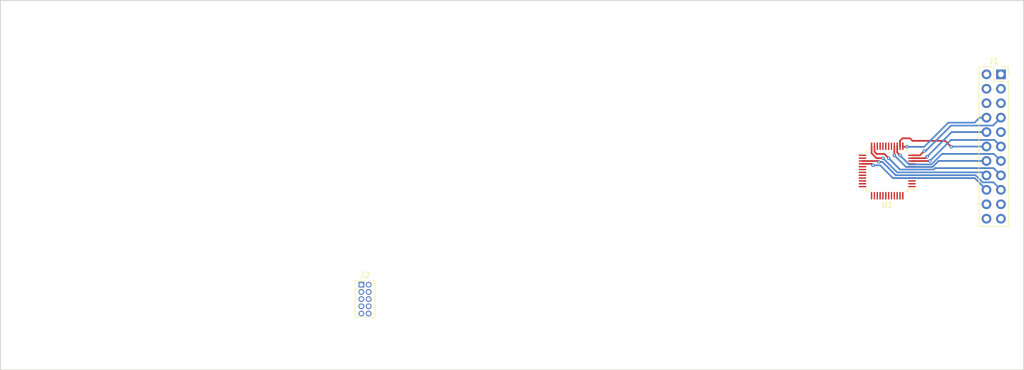
<source format=kicad_pcb>
(kicad_pcb (version 4) (host pcbnew 4.0.7)

  (general
    (links 26)
    (no_connects 15)
    (area 84.924999 54.924999 265.075001 120.075001)
    (thickness 1.6)
    (drawings 4)
    (tracks 81)
    (zones 0)
    (modules 3)
    (nets 55)
  )

  (page A4)
  (layers
    (0 F.Cu signal)
    (31 B.Cu signal)
    (32 B.Adhes user)
    (33 F.Adhes user)
    (34 B.Paste user)
    (35 F.Paste user)
    (36 B.SilkS user)
    (37 F.SilkS user)
    (38 B.Mask user)
    (39 F.Mask user)
    (40 Dwgs.User user)
    (41 Cmts.User user)
    (42 Eco1.User user)
    (43 Eco2.User user)
    (44 Edge.Cuts user)
    (45 Margin user)
    (46 B.CrtYd user)
    (47 F.CrtYd user)
    (48 B.Fab user)
    (49 F.Fab user)
  )

  (setup
    (last_trace_width 0.3)
    (user_trace_width 0.2)
    (user_trace_width 0.3)
    (user_trace_width 0.5)
    (user_trace_width 1)
    (trace_clearance 0.15)
    (zone_clearance 0.508)
    (zone_45_only no)
    (trace_min 0.15)
    (segment_width 0.2)
    (edge_width 0.15)
    (via_size 0.5)
    (via_drill 0.25)
    (via_min_size 0.5)
    (via_min_drill 0.25)
    (user_via 0.6 0.25)
    (user_via 0.75 0.3)
    (user_via 1 0.5)
    (uvia_size 0.3)
    (uvia_drill 0.1)
    (uvias_allowed no)
    (uvia_min_size 0.2)
    (uvia_min_drill 0.1)
    (pcb_text_width 0.3)
    (pcb_text_size 1.5 1.5)
    (mod_edge_width 0.15)
    (mod_text_size 1 1)
    (mod_text_width 0.15)
    (pad_size 1.7 1.7)
    (pad_drill 1)
    (pad_to_mask_clearance 0.2)
    (aux_axis_origin 0 0)
    (visible_elements FFFFFF7F)
    (pcbplotparams
      (layerselection 0x00030_80000001)
      (usegerberextensions false)
      (excludeedgelayer true)
      (linewidth 0.100000)
      (plotframeref false)
      (viasonmask false)
      (mode 1)
      (useauxorigin false)
      (hpglpennumber 1)
      (hpglpenspeed 20)
      (hpglpendiameter 15)
      (hpglpenoverlay 2)
      (psnegative false)
      (psa4output false)
      (plotreference true)
      (plotvalue true)
      (plotinvisibletext false)
      (padsonsilk false)
      (subtractmaskfromsilk false)
      (outputformat 1)
      (mirror false)
      (drillshape 1)
      (scaleselection 1)
      (outputdirectory ""))
  )

  (net 0 "")
  (net 1 GND)
  (net 2 +5V)
  (net 3 /LCD_V0)
  (net 4 /LCD_~WR)
  (net 5 /LCD_~RD)
  (net 6 /LCD_~CE)
  (net 7 /LCD_D/~C)
  (net 8 "Net-(J1-Pad9)")
  (net 9 /LCD_~RST)
  (net 10 /LCD_DB0)
  (net 11 /LCD_DB1)
  (net 12 /LCD_DB2)
  (net 13 /LCD_DB3)
  (net 14 /LCD_DB4)
  (net 15 /LCD_DB5)
  (net 16 /LCD_DB6)
  (net 17 /LCD_DB7)
  (net 18 /LCD_FS)
  (net 19 /LCD_VEE)
  (net 20 /LCD_LED_A)
  (net 21 /LCD_LED_K)
  (net 22 +3V3)
  (net 23 /SWDIO)
  (net 24 /SWCLK)
  (net 25 "Net-(J2-Pad6)")
  (net 26 "Net-(J2-Pad7)")
  (net 27 "Net-(J2-Pad8)")
  (net 28 /MCU_~RESET)
  (net 29 "Net-(U1-Pad1)")
  (net 30 "Net-(U1-Pad2)")
  (net 31 "Net-(U1-Pad6)")
  (net 32 "Net-(U1-Pad7)")
  (net 33 "Net-(U1-Pad9)")
  (net 34 "Net-(U1-Pad18)")
  (net 35 "Net-(U1-Pad19)")
  (net 36 "Net-(U1-Pad22)")
  (net 37 "Net-(U1-Pad25)")
  (net 38 "Net-(U1-Pad26)")
  (net 39 "Net-(U1-Pad30)")
  (net 40 "Net-(U1-Pad31)")
  (net 41 "Net-(U1-Pad32)")
  (net 42 "Net-(U1-Pad33)")
  (net 43 "Net-(U1-Pad34)")
  (net 44 "Net-(U1-Pad35)")
  (net 45 "Net-(U1-Pad36)")
  (net 46 "Net-(U1-Pad37)")
  (net 47 "Net-(U1-Pad38)")
  (net 48 "Net-(U1-Pad40)")
  (net 49 "Net-(U1-Pad42)")
  (net 50 "Net-(U1-Pad43)")
  (net 51 "Net-(U1-Pad45)")
  (net 52 "Net-(U1-Pad46)")
  (net 53 "Net-(U1-Pad47)")
  (net 54 "Net-(U1-Pad48)")

  (net_class Default "This is the default net class."
    (clearance 0.15)
    (trace_width 0.15)
    (via_dia 0.5)
    (via_drill 0.25)
    (uvia_dia 0.3)
    (uvia_drill 0.1)
    (add_net +3V3)
    (add_net +5V)
    (add_net /LCD_D/~C)
    (add_net /LCD_DB0)
    (add_net /LCD_DB1)
    (add_net /LCD_DB2)
    (add_net /LCD_DB3)
    (add_net /LCD_DB4)
    (add_net /LCD_DB5)
    (add_net /LCD_DB6)
    (add_net /LCD_DB7)
    (add_net /LCD_FS)
    (add_net /LCD_LED_A)
    (add_net /LCD_LED_K)
    (add_net /LCD_V0)
    (add_net /LCD_VEE)
    (add_net /LCD_~CE)
    (add_net /LCD_~RD)
    (add_net /LCD_~RST)
    (add_net /LCD_~WR)
    (add_net /MCU_~RESET)
    (add_net /SWCLK)
    (add_net /SWDIO)
    (add_net GND)
    (add_net "Net-(J1-Pad9)")
    (add_net "Net-(J2-Pad6)")
    (add_net "Net-(J2-Pad7)")
    (add_net "Net-(J2-Pad8)")
    (add_net "Net-(U1-Pad1)")
    (add_net "Net-(U1-Pad18)")
    (add_net "Net-(U1-Pad19)")
    (add_net "Net-(U1-Pad2)")
    (add_net "Net-(U1-Pad22)")
    (add_net "Net-(U1-Pad25)")
    (add_net "Net-(U1-Pad26)")
    (add_net "Net-(U1-Pad30)")
    (add_net "Net-(U1-Pad31)")
    (add_net "Net-(U1-Pad32)")
    (add_net "Net-(U1-Pad33)")
    (add_net "Net-(U1-Pad34)")
    (add_net "Net-(U1-Pad35)")
    (add_net "Net-(U1-Pad36)")
    (add_net "Net-(U1-Pad37)")
    (add_net "Net-(U1-Pad38)")
    (add_net "Net-(U1-Pad40)")
    (add_net "Net-(U1-Pad42)")
    (add_net "Net-(U1-Pad43)")
    (add_net "Net-(U1-Pad45)")
    (add_net "Net-(U1-Pad46)")
    (add_net "Net-(U1-Pad47)")
    (add_net "Net-(U1-Pad48)")
    (add_net "Net-(U1-Pad6)")
    (add_net "Net-(U1-Pad7)")
    (add_net "Net-(U1-Pad9)")
  )

  (module Pin_Headers:Pin_Header_Straight_2x05_Pitch1.27mm (layer F.Cu) (tedit 59650536) (tstamp 5ADCAFFE)
    (at 148.5011 105.0036)
    (descr "Through hole straight pin header, 2x05, 1.27mm pitch, double rows")
    (tags "Through hole pin header THT 2x05 1.27mm double row")
    (path /5ADCAA88)
    (fp_text reference J2 (at 0.635 -1.695) (layer F.SilkS)
      (effects (font (size 1 1) (thickness 0.15)))
    )
    (fp_text value DEBUG (at 0.635 6.775) (layer F.Fab)
      (effects (font (size 1 1) (thickness 0.15)))
    )
    (fp_line (start -0.2175 -0.635) (end 2.34 -0.635) (layer F.Fab) (width 0.1))
    (fp_line (start 2.34 -0.635) (end 2.34 5.715) (layer F.Fab) (width 0.1))
    (fp_line (start 2.34 5.715) (end -1.07 5.715) (layer F.Fab) (width 0.1))
    (fp_line (start -1.07 5.715) (end -1.07 0.2175) (layer F.Fab) (width 0.1))
    (fp_line (start -1.07 0.2175) (end -0.2175 -0.635) (layer F.Fab) (width 0.1))
    (fp_line (start -1.13 5.775) (end -0.30753 5.775) (layer F.SilkS) (width 0.12))
    (fp_line (start 1.57753 5.775) (end 2.4 5.775) (layer F.SilkS) (width 0.12))
    (fp_line (start 0.30753 5.775) (end 0.96247 5.775) (layer F.SilkS) (width 0.12))
    (fp_line (start -1.13 0.76) (end -1.13 5.775) (layer F.SilkS) (width 0.12))
    (fp_line (start 2.4 -0.695) (end 2.4 5.775) (layer F.SilkS) (width 0.12))
    (fp_line (start -1.13 0.76) (end -0.563471 0.76) (layer F.SilkS) (width 0.12))
    (fp_line (start 0.563471 0.76) (end 0.706529 0.76) (layer F.SilkS) (width 0.12))
    (fp_line (start 0.76 0.706529) (end 0.76 0.563471) (layer F.SilkS) (width 0.12))
    (fp_line (start 0.76 -0.563471) (end 0.76 -0.695) (layer F.SilkS) (width 0.12))
    (fp_line (start 0.76 -0.695) (end 0.96247 -0.695) (layer F.SilkS) (width 0.12))
    (fp_line (start 1.57753 -0.695) (end 2.4 -0.695) (layer F.SilkS) (width 0.12))
    (fp_line (start -1.13 0) (end -1.13 -0.76) (layer F.SilkS) (width 0.12))
    (fp_line (start -1.13 -0.76) (end 0 -0.76) (layer F.SilkS) (width 0.12))
    (fp_line (start -1.6 -1.15) (end -1.6 6.25) (layer F.CrtYd) (width 0.05))
    (fp_line (start -1.6 6.25) (end 2.85 6.25) (layer F.CrtYd) (width 0.05))
    (fp_line (start 2.85 6.25) (end 2.85 -1.15) (layer F.CrtYd) (width 0.05))
    (fp_line (start 2.85 -1.15) (end -1.6 -1.15) (layer F.CrtYd) (width 0.05))
    (fp_text user %R (at 0.635 2.54 90) (layer F.Fab)
      (effects (font (size 1 1) (thickness 0.15)))
    )
    (pad 1 thru_hole rect (at 0 0) (size 1 1) (drill 0.65) (layers *.Cu *.Mask)
      (net 22 +3V3))
    (pad 2 thru_hole oval (at 1.27 0) (size 1 1) (drill 0.65) (layers *.Cu *.Mask)
      (net 23 /SWDIO))
    (pad 3 thru_hole oval (at 0 1.27) (size 1 1) (drill 0.65) (layers *.Cu *.Mask)
      (net 1 GND))
    (pad 4 thru_hole oval (at 1.27 1.27) (size 1 1) (drill 0.65) (layers *.Cu *.Mask)
      (net 24 /SWCLK))
    (pad 5 thru_hole oval (at 0 2.54) (size 1 1) (drill 0.65) (layers *.Cu *.Mask)
      (net 1 GND))
    (pad 6 thru_hole oval (at 1.27 2.54) (size 1 1) (drill 0.65) (layers *.Cu *.Mask)
      (net 25 "Net-(J2-Pad6)"))
    (pad 7 thru_hole oval (at 0 3.81) (size 1 1) (drill 0.65) (layers *.Cu *.Mask)
      (net 26 "Net-(J2-Pad7)"))
    (pad 8 thru_hole oval (at 1.27 3.81) (size 1 1) (drill 0.65) (layers *.Cu *.Mask)
      (net 27 "Net-(J2-Pad8)"))
    (pad 9 thru_hole oval (at 0 5.08) (size 1 1) (drill 0.65) (layers *.Cu *.Mask)
      (net 1 GND))
    (pad 10 thru_hole oval (at 1.27 5.08) (size 1 1) (drill 0.65) (layers *.Cu *.Mask)
      (net 28 /MCU_~RESET))
    (model ${KISYS3DMOD}/Pin_Headers.3dshapes/Pin_Header_Straight_2x05_Pitch1.27mm.wrl
      (at (xyz 0 0 0))
      (scale (xyz 1 1 1))
      (rotate (xyz 0 0 0))
    )
  )

  (module Socket_Strips:Socket_Strip_Straight_2x11_Pitch2.54mm locked (layer F.Cu) (tedit 58CD5449) (tstamp 5ADCAFD9)
    (at 261 68)
    (descr "Through hole straight socket strip, 2x11, 2.54mm pitch, double rows")
    (tags "Through hole socket strip THT 2x11 2.54mm double row")
    (path /5ADCA11A)
    (fp_text reference J1 (at -1.27 -2.33) (layer F.SilkS)
      (effects (font (size 1 1) (thickness 0.15)))
    )
    (fp_text value LCD (at -1.27 27.73) (layer F.Fab)
      (effects (font (size 1 1) (thickness 0.15)))
    )
    (fp_line (start -3.81 -1.27) (end -3.81 26.67) (layer F.Fab) (width 0.1))
    (fp_line (start -3.81 26.67) (end 1.27 26.67) (layer F.Fab) (width 0.1))
    (fp_line (start 1.27 26.67) (end 1.27 -1.27) (layer F.Fab) (width 0.1))
    (fp_line (start 1.27 -1.27) (end -3.81 -1.27) (layer F.Fab) (width 0.1))
    (fp_line (start 1.33 1.27) (end 1.33 26.73) (layer F.SilkS) (width 0.12))
    (fp_line (start 1.33 26.73) (end -3.87 26.73) (layer F.SilkS) (width 0.12))
    (fp_line (start -3.87 26.73) (end -3.87 -1.33) (layer F.SilkS) (width 0.12))
    (fp_line (start -3.87 -1.33) (end -1.27 -1.33) (layer F.SilkS) (width 0.12))
    (fp_line (start -1.27 -1.33) (end -1.27 1.27) (layer F.SilkS) (width 0.12))
    (fp_line (start -1.27 1.27) (end 1.33 1.27) (layer F.SilkS) (width 0.12))
    (fp_line (start 1.33 0) (end 1.33 -1.33) (layer F.SilkS) (width 0.12))
    (fp_line (start 1.33 -1.33) (end 0.06 -1.33) (layer F.SilkS) (width 0.12))
    (fp_line (start -4.35 -1.8) (end -4.35 27.2) (layer F.CrtYd) (width 0.05))
    (fp_line (start -4.35 27.2) (end 1.8 27.2) (layer F.CrtYd) (width 0.05))
    (fp_line (start 1.8 27.2) (end 1.8 -1.8) (layer F.CrtYd) (width 0.05))
    (fp_line (start 1.8 -1.8) (end -4.35 -1.8) (layer F.CrtYd) (width 0.05))
    (fp_text user %R (at -1.27 -2.33) (layer F.Fab)
      (effects (font (size 1 1) (thickness 0.15)))
    )
    (pad 1 thru_hole rect (at 0 0) (size 1.7 1.7) (drill 1) (layers *.Cu *.Mask)
      (net 1 GND))
    (pad 2 thru_hole oval (at -2.54 0) (size 1.7 1.7) (drill 1) (layers *.Cu *.Mask)
      (net 1 GND))
    (pad 3 thru_hole oval (at 0 2.54) (size 1.7 1.7) (drill 1) (layers *.Cu *.Mask)
      (net 2 +5V))
    (pad 4 thru_hole oval (at -2.54 2.54) (size 1.7 1.7) (drill 1) (layers *.Cu *.Mask)
      (net 3 /LCD_V0))
    (pad 5 thru_hole oval (at 0 5.08) (size 1.7 1.7) (drill 1) (layers *.Cu *.Mask)
      (net 4 /LCD_~WR))
    (pad 6 thru_hole oval (at -2.54 5.08) (size 1.7 1.7) (drill 1) (layers *.Cu *.Mask)
      (net 5 /LCD_~RD))
    (pad 7 thru_hole oval (at 0 7.62) (size 1.7 1.7) (drill 1) (layers *.Cu *.Mask)
      (net 6 /LCD_~CE))
    (pad 8 thru_hole oval (at -2.54 7.62) (size 1.7 1.7) (drill 1) (layers *.Cu *.Mask)
      (net 7 /LCD_D/~C))
    (pad 9 thru_hole oval (at 0 10.16) (size 1.7 1.7) (drill 1) (layers *.Cu *.Mask)
      (net 8 "Net-(J1-Pad9)"))
    (pad 10 thru_hole oval (at -2.54 10.16) (size 1.7 1.7) (drill 1) (layers *.Cu *.Mask)
      (net 9 /LCD_~RST))
    (pad 11 thru_hole oval (at 0 12.7) (size 1.7 1.7) (drill 1) (layers *.Cu *.Mask)
      (net 10 /LCD_DB0))
    (pad 12 thru_hole oval (at -2.54 12.7) (size 1.7 1.7) (drill 1) (layers *.Cu *.Mask)
      (net 11 /LCD_DB1))
    (pad 13 thru_hole oval (at 0 15.24) (size 1.7 1.7) (drill 1) (layers *.Cu *.Mask)
      (net 12 /LCD_DB2))
    (pad 14 thru_hole oval (at -2.54 15.24) (size 1.7 1.7) (drill 1) (layers *.Cu *.Mask)
      (net 13 /LCD_DB3))
    (pad 15 thru_hole oval (at 0 17.78) (size 1.7 1.7) (drill 1) (layers *.Cu *.Mask)
      (net 14 /LCD_DB4))
    (pad 16 thru_hole oval (at -2.54 17.78) (size 1.7 1.7) (drill 1) (layers *.Cu *.Mask)
      (net 15 /LCD_DB5))
    (pad 17 thru_hole oval (at 0 20.32) (size 1.7 1.7) (drill 1) (layers *.Cu *.Mask)
      (net 16 /LCD_DB6))
    (pad 18 thru_hole oval (at -2.54 20.32) (size 1.7 1.7) (drill 1) (layers *.Cu *.Mask)
      (net 17 /LCD_DB7))
    (pad 19 thru_hole oval (at 0 22.86) (size 1.7 1.7) (drill 1) (layers *.Cu *.Mask)
      (net 18 /LCD_FS))
    (pad 20 thru_hole oval (at -2.54 22.86) (size 1.7 1.7) (drill 1) (layers *.Cu *.Mask)
      (net 19 /LCD_VEE))
    (pad 21 thru_hole oval (at 0 25.4) (size 1.7 1.7) (drill 1) (layers *.Cu *.Mask)
      (net 20 /LCD_LED_A))
    (pad 22 thru_hole oval (at -2.54 25.4) (size 1.7 1.7) (drill 1) (layers *.Cu *.Mask)
      (net 21 /LCD_LED_K))
    (model ${KISYS3DMOD}/Socket_Strips.3dshapes/Socket_Strip_Straight_2x11_Pitch2.54mm.wrl
      (at (xyz -0.05 -0.5 0))
      (scale (xyz 1 1 1))
      (rotate (xyz 0 0 270))
    )
  )

  (module Housings_QFP:LQFP-48_7x7mm_Pitch0.5mm (layer F.Cu) (tedit 5ADCB14F) (tstamp 5ADCB045)
    (at 241 85 180)
    (descr "48 LEAD LQFP 7x7mm (see MICREL LQFP7x7-48LD-PL-1.pdf)")
    (tags "QFP 0.5")
    (path /5ADCA005)
    (attr smd)
    (fp_text reference U1 (at 0 -6 180) (layer F.SilkS)
      (effects (font (size 1 1) (thickness 0.15)))
    )
    (fp_text value LPC11C24FBD48 (at 0 6 180) (layer F.Fab) hide
      (effects (font (size 1 1) (thickness 0.15)))
    )
    (fp_text user %R (at 0 0 180) (layer F.Fab) hide
      (effects (font (size 1 1) (thickness 0.15)))
    )
    (fp_line (start -2.5 -3.5) (end 3.5 -3.5) (layer F.Fab) (width 0.15))
    (fp_line (start 3.5 -3.5) (end 3.5 3.5) (layer F.Fab) (width 0.15))
    (fp_line (start 3.5 3.5) (end -3.5 3.5) (layer F.Fab) (width 0.15))
    (fp_line (start -3.5 3.5) (end -3.5 -2.5) (layer F.Fab) (width 0.15))
    (fp_line (start -3.5 -2.5) (end -2.5 -3.5) (layer F.Fab) (width 0.15))
    (fp_line (start -5.25 -5.25) (end -5.25 5.25) (layer F.CrtYd) (width 0.05))
    (fp_line (start 5.25 -5.25) (end 5.25 5.25) (layer F.CrtYd) (width 0.05))
    (fp_line (start -5.25 -5.25) (end 5.25 -5.25) (layer F.CrtYd) (width 0.05))
    (fp_line (start -5.25 5.25) (end 5.25 5.25) (layer F.CrtYd) (width 0.05))
    (fp_line (start -3.625 -3.625) (end -3.625 -3.175) (layer F.SilkS) (width 0.15))
    (fp_line (start 3.625 -3.625) (end 3.625 -3.1) (layer F.SilkS) (width 0.15))
    (fp_line (start 3.625 3.625) (end 3.625 3.1) (layer F.SilkS) (width 0.15))
    (fp_line (start -3.625 3.625) (end -3.625 3.1) (layer F.SilkS) (width 0.15))
    (fp_line (start -3.625 -3.625) (end -3.1 -3.625) (layer F.SilkS) (width 0.15))
    (fp_line (start -3.625 3.625) (end -3.1 3.625) (layer F.SilkS) (width 0.15))
    (fp_line (start 3.625 3.625) (end 3.1 3.625) (layer F.SilkS) (width 0.15))
    (fp_line (start 3.625 -3.625) (end 3.1 -3.625) (layer F.SilkS) (width 0.15))
    (fp_line (start -3.625 -3.175) (end -5 -3.175) (layer F.SilkS) (width 0.15))
    (pad 1 smd rect (at -4.35 -2.75 180) (size 1.3 0.25) (layers F.Cu F.Paste F.Mask)
      (net 29 "Net-(U1-Pad1)"))
    (pad 2 smd rect (at -4.35 -2.25 180) (size 1.3 0.25) (layers F.Cu F.Paste F.Mask)
      (net 30 "Net-(U1-Pad2)"))
    (pad 3 smd rect (at -4.35 -1.75 180) (size 1.3 0.25) (layers F.Cu F.Paste F.Mask)
      (net 28 /MCU_~RESET))
    (pad 4 smd rect (at -4.35 -1.25 180) (size 1.3 0.25) (layers F.Cu F.Paste F.Mask)
      (net 22 +3V3))
    (pad 5 smd rect (at -4.35 -0.75 180) (size 1.3 0.25) (layers F.Cu F.Paste F.Mask)
      (net 1 GND))
    (pad 6 smd rect (at -4.35 -0.25 180) (size 1.3 0.25) (layers F.Cu F.Paste F.Mask)
      (net 31 "Net-(U1-Pad6)"))
    (pad 7 smd rect (at -4.35 0.25 180) (size 1.3 0.25) (layers F.Cu F.Paste F.Mask)
      (net 32 "Net-(U1-Pad7)"))
    (pad 8 smd rect (at -4.35 0.75 180) (size 1.3 0.25) (layers F.Cu F.Paste F.Mask)
      (net 22 +3V3))
    (pad 9 smd rect (at -4.35 1.25 180) (size 1.3 0.25) (layers F.Cu F.Paste F.Mask)
      (net 33 "Net-(U1-Pad9)"))
    (pad 10 smd rect (at -4.35 1.75 180) (size 1.3 0.25) (layers F.Cu F.Paste F.Mask)
      (net 10 /LCD_DB0))
    (pad 11 smd rect (at -4.35 2.25 180) (size 1.3 0.25) (layers F.Cu F.Paste F.Mask)
      (net 9 /LCD_~RST))
    (pad 12 smd rect (at -4.35 2.75 180) (size 1.3 0.25) (layers F.Cu F.Paste F.Mask)
      (net 6 /LCD_~CE))
    (pad 13 smd rect (at -2.75 4.35 270) (size 1.3 0.25) (layers F.Cu F.Paste F.Mask)
      (net 7 /LCD_D/~C))
    (pad 14 smd rect (at -2.25 4.35 270) (size 1.3 0.25) (layers F.Cu F.Paste F.Mask)
      (net 11 /LCD_DB1))
    (pad 15 smd rect (at -1.75 4.35 270) (size 1.3 0.25) (layers F.Cu F.Paste F.Mask)
      (net 12 /LCD_DB2))
    (pad 16 smd rect (at -1.25 4.35 270) (size 1.3 0.25) (layers F.Cu F.Paste F.Mask)
      (net 13 /LCD_DB3))
    (pad 17 smd rect (at -0.75 4.35 270) (size 1.3 0.25) (layers F.Cu F.Paste F.Mask)
      (net 22 +3V3))
    (pad 18 smd rect (at -0.25 4.35 270) (size 1.3 0.25) (layers F.Cu F.Paste F.Mask)
      (net 34 "Net-(U1-Pad18)"))
    (pad 19 smd rect (at 0.25 4.35 270) (size 1.3 0.25) (layers F.Cu F.Paste F.Mask)
      (net 35 "Net-(U1-Pad19)"))
    (pad 20 smd rect (at 0.75 4.35 270) (size 1.3 0.25) (layers F.Cu F.Paste F.Mask)
      (net 2 +5V))
    (pad 21 smd rect (at 1.25 4.35 270) (size 1.3 0.25) (layers F.Cu F.Paste F.Mask)
      (net 1 GND))
    (pad 22 smd rect (at 1.75 4.35 270) (size 1.3 0.25) (layers F.Cu F.Paste F.Mask)
      (net 36 "Net-(U1-Pad22)"))
    (pad 23 smd rect (at 2.25 4.35 270) (size 1.3 0.25) (layers F.Cu F.Paste F.Mask)
      (net 14 /LCD_DB4))
    (pad 24 smd rect (at 2.75 4.35 270) (size 1.3 0.25) (layers F.Cu F.Paste F.Mask)
      (net 15 /LCD_DB5))
    (pad 25 smd rect (at 4.35 2.75 180) (size 1.3 0.25) (layers F.Cu F.Paste F.Mask)
      (net 37 "Net-(U1-Pad25)"))
    (pad 26 smd rect (at 4.35 2.25 180) (size 1.3 0.25) (layers F.Cu F.Paste F.Mask)
      (net 38 "Net-(U1-Pad26)"))
    (pad 27 smd rect (at 4.35 1.75 180) (size 1.3 0.25) (layers F.Cu F.Paste F.Mask)
      (net 16 /LCD_DB6))
    (pad 28 smd rect (at 4.35 1.25 180) (size 1.3 0.25) (layers F.Cu F.Paste F.Mask)
      (net 17 /LCD_DB7))
    (pad 29 smd rect (at 4.35 0.75 180) (size 1.3 0.25) (layers F.Cu F.Paste F.Mask)
      (net 24 /SWCLK))
    (pad 30 smd rect (at 4.35 0.25 180) (size 1.3 0.25) (layers F.Cu F.Paste F.Mask)
      (net 39 "Net-(U1-Pad30)"))
    (pad 31 smd rect (at 4.35 -0.25 180) (size 1.3 0.25) (layers F.Cu F.Paste F.Mask)
      (net 40 "Net-(U1-Pad31)"))
    (pad 32 smd rect (at 4.35 -0.75 180) (size 1.3 0.25) (layers F.Cu F.Paste F.Mask)
      (net 41 "Net-(U1-Pad32)"))
    (pad 33 smd rect (at 4.35 -1.25 180) (size 1.3 0.25) (layers F.Cu F.Paste F.Mask)
      (net 42 "Net-(U1-Pad33)"))
    (pad 34 smd rect (at 4.35 -1.75 180) (size 1.3 0.25) (layers F.Cu F.Paste F.Mask)
      (net 43 "Net-(U1-Pad34)"))
    (pad 35 smd rect (at 4.35 -2.25 180) (size 1.3 0.25) (layers F.Cu F.Paste F.Mask)
      (net 44 "Net-(U1-Pad35)"))
    (pad 36 smd rect (at 4.35 -2.75 180) (size 1.3 0.25) (layers F.Cu F.Paste F.Mask)
      (net 45 "Net-(U1-Pad36)"))
    (pad 37 smd rect (at 2.75 -4.35 270) (size 1.3 0.25) (layers F.Cu F.Paste F.Mask)
      (net 46 "Net-(U1-Pad37)"))
    (pad 38 smd rect (at 2.25 -4.35 270) (size 1.3 0.25) (layers F.Cu F.Paste F.Mask)
      (net 47 "Net-(U1-Pad38)"))
    (pad 39 smd rect (at 1.75 -4.35 270) (size 1.3 0.25) (layers F.Cu F.Paste F.Mask)
      (net 23 /SWDIO))
    (pad 40 smd rect (at 1.25 -4.35 270) (size 1.3 0.25) (layers F.Cu F.Paste F.Mask)
      (net 48 "Net-(U1-Pad40)"))
    (pad 41 smd rect (at 0.75 -4.35 270) (size 1.3 0.25) (layers F.Cu F.Paste F.Mask)
      (net 1 GND))
    (pad 42 smd rect (at 0.25 -4.35 270) (size 1.3 0.25) (layers F.Cu F.Paste F.Mask)
      (net 49 "Net-(U1-Pad42)"))
    (pad 43 smd rect (at -0.25 -4.35 270) (size 1.3 0.25) (layers F.Cu F.Paste F.Mask)
      (net 50 "Net-(U1-Pad43)"))
    (pad 44 smd rect (at -0.75 -4.35 270) (size 1.3 0.25) (layers F.Cu F.Paste F.Mask)
      (net 22 +3V3))
    (pad 45 smd rect (at -1.25 -4.35 270) (size 1.3 0.25) (layers F.Cu F.Paste F.Mask)
      (net 51 "Net-(U1-Pad45)"))
    (pad 46 smd rect (at -1.75 -4.35 270) (size 1.3 0.25) (layers F.Cu F.Paste F.Mask)
      (net 52 "Net-(U1-Pad46)"))
    (pad 47 smd rect (at -2.25 -4.35 270) (size 1.3 0.25) (layers F.Cu F.Paste F.Mask)
      (net 53 "Net-(U1-Pad47)"))
    (pad 48 smd rect (at -2.75 -4.35 270) (size 1.3 0.25) (layers F.Cu F.Paste F.Mask)
      (net 54 "Net-(U1-Pad48)"))
    (model ${KISYS3DMOD}/Housings_QFP.3dshapes/LQFP-48_7x7mm_Pitch0.5mm.wrl
      (at (xyz 0 0 0))
      (scale (xyz 1 1 1))
      (rotate (xyz 0 0 0))
    )
  )

  (gr_line (start 265 120) (end 265 55) (layer Edge.Cuts) (width 0.15))
  (gr_line (start 85 120) (end 265 120) (layer Edge.Cuts) (width 0.15))
  (gr_line (start 85 55) (end 85 120) (layer Edge.Cuts) (width 0.15))
  (gr_line (start 85 55) (end 265 55) (layer Edge.Cuts) (width 0.15))

  (segment (start 247.5 81.5) (end 246.75 82.25) (width 0.3) (layer F.Cu) (net 6))
  (segment (start 246.75 82.25) (end 245.35 82.25) (width 0.3) (layer F.Cu) (net 6) (status 20))
  (segment (start 247.5 81.5) (end 247.75 81.5) (width 0.3) (layer B.Cu) (net 6))
  (segment (start 247.75 81.5) (end 252.240001 77.009999) (width 0.3) (layer B.Cu) (net 6))
  (segment (start 252.240001 77.009999) (end 259.610001 77.009999) (width 0.3) (layer B.Cu) (net 6))
  (segment (start 259.610001 77.009999) (end 261 75.62) (width 0.3) (layer B.Cu) (net 6) (status 20))
  (via (at 247.5 81.5) (size 0.6) (drill 0.25) (layers F.Cu B.Cu) (net 6))
  (segment (start 244.5 80.75) (end 243.85 80.75) (width 0.3) (layer F.Cu) (net 7) (status 20))
  (segment (start 243.85 80.75) (end 243.75 80.65) (width 0.3) (layer F.Cu) (net 7) (status 30))
  (segment (start 247.5 80.75) (end 244.5 80.75) (width 0.3) (layer B.Cu) (net 7))
  (via (at 244.5 80.75) (size 0.6) (drill 0.25) (layers F.Cu B.Cu) (net 7))
  (segment (start 251.75 76.5) (end 247.5 80.75) (width 0.3) (layer B.Cu) (net 7))
  (segment (start 256.377919 76.5) (end 251.75 76.5) (width 0.3) (layer B.Cu) (net 7))
  (segment (start 258.46 75.62) (end 257.257919 75.62) (width 0.3) (layer B.Cu) (net 7) (status 10))
  (segment (start 257.257919 75.62) (end 256.377919 76.5) (width 0.3) (layer B.Cu) (net 7))
  (segment (start 248 82.5) (end 247.75 82.75) (width 0.3) (layer F.Cu) (net 9))
  (segment (start 247.75 82.75) (end 245.35 82.75) (width 0.3) (layer F.Cu) (net 9) (status 20))
  (segment (start 258.46 78.16) (end 252.34 78.16) (width 0.3) (layer B.Cu) (net 9) (status 10))
  (segment (start 252.34 78.16) (end 248 82.5) (width 0.3) (layer B.Cu) (net 9))
  (via (at 248 82.5) (size 0.6) (drill 0.25) (layers F.Cu B.Cu) (net 9))
  (segment (start 248.5 83.25) (end 245.35 83.25) (width 0.3) (layer F.Cu) (net 10) (status 20))
  (segment (start 261 80.7) (end 259.849999 79.549999) (width 0.3) (layer B.Cu) (net 10) (status 10))
  (via (at 248.5 83.25) (size 0.6) (drill 0.25) (layers F.Cu B.Cu) (net 10))
  (segment (start 259.849999 79.549999) (end 252.200001 79.549999) (width 0.3) (layer B.Cu) (net 10))
  (segment (start 252.200001 79.549999) (end 248.5 83.25) (width 0.3) (layer B.Cu) (net 10))
  (segment (start 243.7 79.25) (end 243.25 79.7) (width 0.3) (layer F.Cu) (net 11))
  (segment (start 245.449999 79.699999) (end 245 79.25) (width 0.3) (layer F.Cu) (net 11))
  (segment (start 245 79.25) (end 243.7 79.25) (width 0.3) (layer F.Cu) (net 11))
  (segment (start 252.25 80.75) (end 251.199999 79.699999) (width 0.3) (layer F.Cu) (net 11))
  (segment (start 251.199999 79.699999) (end 245.449999 79.699999) (width 0.3) (layer F.Cu) (net 11))
  (segment (start 258.46 80.7) (end 252.3 80.7) (width 0.3) (layer B.Cu) (net 11) (status 10))
  (segment (start 252.3 80.7) (end 252.25 80.75) (width 0.3) (layer B.Cu) (net 11))
  (via (at 252.25 80.75) (size 0.6) (drill 0.25) (layers F.Cu B.Cu) (net 11))
  (segment (start 243.25 79.7) (end 243.25 80.65) (width 0.3) (layer F.Cu) (net 11) (status 20))
  (segment (start 244.850002 83.850002) (end 243.25 82.25) (width 0.3) (layer B.Cu) (net 12))
  (segment (start 250.638004 82) (end 248.788002 83.850002) (width 0.3) (layer B.Cu) (net 12))
  (segment (start 248.788002 83.850002) (end 244.850002 83.850002) (width 0.3) (layer B.Cu) (net 12))
  (segment (start 259.76 82) (end 250.638004 82) (width 0.3) (layer B.Cu) (net 12))
  (segment (start 261 83.24) (end 259.76 82) (width 0.3) (layer B.Cu) (net 12) (status 10))
  (segment (start 243.25 82.25) (end 242.75 81.75) (width 0.3) (layer F.Cu) (net 12))
  (segment (start 242.75 81.75) (end 242.75 80.65) (width 0.3) (layer F.Cu) (net 12) (status 20))
  (via (at 243.25 82.25) (size 0.6) (drill 0.25) (layers F.Cu B.Cu) (net 12))
  (segment (start 244.300013 84.300013) (end 242.25 82.25) (width 0.3) (layer B.Cu) (net 13))
  (segment (start 248.974402 84.300013) (end 244.300013 84.300013) (width 0.3) (layer B.Cu) (net 13))
  (segment (start 250.034415 83.24) (end 248.974402 84.300013) (width 0.3) (layer B.Cu) (net 13))
  (segment (start 258.46 83.24) (end 250.034415 83.24) (width 0.3) (layer B.Cu) (net 13) (status 10))
  (segment (start 242.25 82.25) (end 242.25 80.65) (width 0.3) (layer F.Cu) (net 13) (status 20))
  (via (at 242.25 82.25) (size 0.6) (drill 0.25) (layers F.Cu B.Cu) (net 13))
  (segment (start 243.250024 84.750024) (end 241.25 82.75) (width 0.3) (layer B.Cu) (net 14))
  (segment (start 249.160802 84.750024) (end 243.250024 84.750024) (width 0.3) (layer B.Cu) (net 14))
  (segment (start 261 85.78) (end 259.72 84.5) (width 0.3) (layer B.Cu) (net 14) (status 10))
  (segment (start 259.72 84.5) (end 249.410826 84.5) (width 0.3) (layer B.Cu) (net 14))
  (segment (start 249.410826 84.5) (end 249.160802 84.750024) (width 0.3) (layer B.Cu) (net 14))
  (segment (start 241.25 82.75) (end 240.5 82) (width 0.3) (layer F.Cu) (net 14))
  (segment (start 240.5 82) (end 239.15 82) (width 0.3) (layer F.Cu) (net 14))
  (segment (start 239.15 82) (end 238.75 81.6) (width 0.3) (layer F.Cu) (net 14))
  (segment (start 238.75 81.6) (end 238.75 80.65) (width 0.3) (layer F.Cu) (net 14) (status 20))
  (via (at 241.25 82.75) (size 0.6) (drill 0.25) (layers F.Cu B.Cu) (net 14))
  (segment (start 240.25 82.75) (end 242.75 85.25) (width 0.3) (layer B.Cu) (net 15))
  (segment (start 242.75 85.25) (end 257.93 85.25) (width 0.3) (layer B.Cu) (net 15) (status 20))
  (segment (start 257.93 85.25) (end 258.46 85.78) (width 0.3) (layer B.Cu) (net 15) (status 30))
  (segment (start 238.25 81.886411) (end 238.25 80.65) (width 0.3) (layer F.Cu) (net 15) (status 20))
  (segment (start 239.113589 82.75) (end 238.25 81.886411) (width 0.3) (layer F.Cu) (net 15))
  (segment (start 240.25 82.75) (end 239.113589 82.75) (width 0.3) (layer F.Cu) (net 15))
  (via (at 240.25 82.75) (size 0.6) (drill 0.25) (layers F.Cu B.Cu) (net 15))
  (segment (start 259.68 87) (end 257.77641 87) (width 0.3) (layer B.Cu) (net 16))
  (segment (start 239.370494 83.25) (end 239.520484 83.39999) (width 0.3) (layer F.Cu) (net 16))
  (segment (start 261 88.32) (end 259.68 87) (width 0.3) (layer B.Cu) (net 16) (status 10))
  (segment (start 240.14999 83.39999) (end 239.520484 83.39999) (width 0.3) (layer B.Cu) (net 16))
  (segment (start 242.5 85.75) (end 240.14999 83.39999) (width 0.3) (layer B.Cu) (net 16))
  (segment (start 256.52641 85.75) (end 242.5 85.75) (width 0.3) (layer B.Cu) (net 16))
  (segment (start 257.77641 87) (end 256.52641 85.75) (width 0.3) (layer B.Cu) (net 16))
  (via (at 239.520484 83.39999) (size 0.6) (drill 0.25) (layers F.Cu B.Cu) (net 16))
  (segment (start 236.65 83.25) (end 239.370494 83.25) (width 0.3) (layer F.Cu) (net 16) (status 10))
  (segment (start 238.5 84) (end 239.75 84) (width 0.3) (layer B.Cu) (net 17))
  (segment (start 239.75 84) (end 242 86.25) (width 0.3) (layer B.Cu) (net 17))
  (segment (start 242 86.25) (end 256.39 86.25) (width 0.3) (layer B.Cu) (net 17))
  (segment (start 256.39 86.25) (end 258.46 88.32) (width 0.3) (layer B.Cu) (net 17) (status 20))
  (segment (start 238.5 84) (end 238.25 83.75) (width 0.3) (layer F.Cu) (net 17))
  (segment (start 238.25 83.75) (end 236.65 83.75) (width 0.3) (layer F.Cu) (net 17) (status 20))
  (via (at 238.5 84) (size 0.6) (drill 0.25) (layers F.Cu B.Cu) (net 17))

)

</source>
